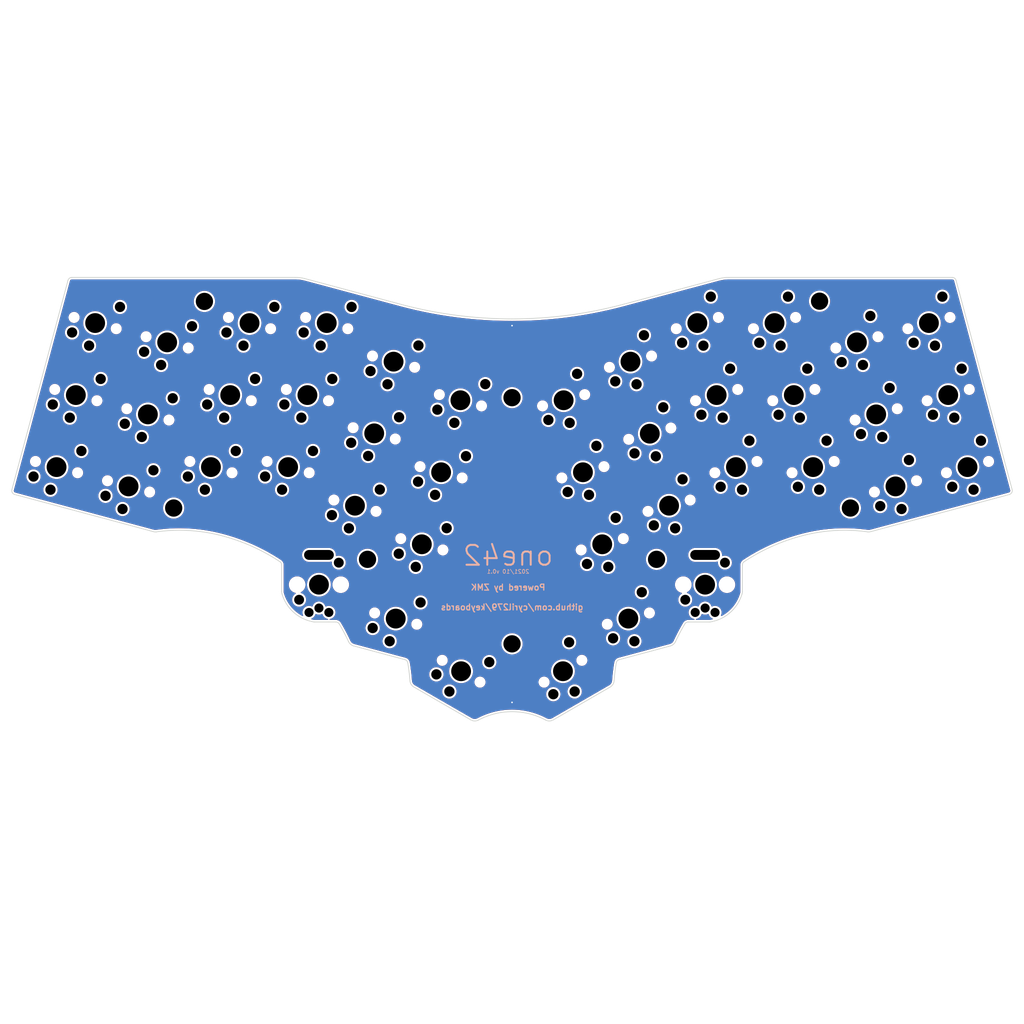
<source format=kicad_pcb>
(kicad_pcb (version 20211014) (generator pcbnew)
  (layers (0 "F.Cu" signal) (31 "B.Cu" signal) (34 "B.Paste" user) (35 "F.Paste" user) (36 "B.SilkS" user "B.Silkscreen") (37 "F.SilkS" user "F.Silkscreen") (38 "B.Mask" user) (39 "F.Mask" user) (44 "Edge.Cuts" user))
  (net 0 "")
  (net 1 "shield")
  (footprint "keebLib:pg1353_voidHoles" (layer "F.Cu") (at 46.409657 84.121555 -15)
    (fp_text reference "SW*" hide)
    (fp_text value "SW_PUSH" hide)
    (pad "" np_thru_hole circle locked (at 0 0 75) (size 5 5) (drill 5) (layers *.Mask))
    (pad "" np_thru_hole circle locked (at 0 5.9 345) (size 2.6 2.6) (drill 2.6) (layers *.Mask))
    (pad "" np_thru_hole circle locked (at -5 3.8 345) (size 2.6 2.6) (drill 2.6) (layers *.Mask))
    (pad "" np_thru_hole circle locked (at -5.5 0 75) (size 1.8 1.8) (drill 1.8) (layers *.Cu *.Mask))
    (pad "" np_thru_hole circle locked (at 5 -5.55 345) (size 2.6 2.6) (drill 2.6) (layers *.Mask))
    (pad "" np_thru_hole circle locked (at 5.5 0 75) (size 1.8 1.8) (drill 1.8) (layers *.Cu *.Mask))
  )
  (footprint "keebLib:pg1353_voidHoles" (layer "F.Cu") (at 217.710104 84.121555 15)
    (fp_text reference "SW*" hide)
    (fp_text value "SW_PUSH" hide)
    (pad "" np_thru_hole circle locked (at 0 0 105) (size 5 5) (drill 5) (layers *.Mask))
    (pad "" np_thru_hole circle locked (at -5.5 0 105) (size 1.8 1.8) (drill 1.8) (layers *.Cu *.Mask))
    (pad "" np_thru_hole circle locked (at 5 -5.55 15) (size 2.6 2.6) (drill 2.6) (layers *.Mask))
    (pad "" np_thru_hole circle locked (at 5.5 0 105) (size 1.8 1.8) (drill 1.8) (layers *.Cu *.Mask))
    (pad "" np_thru_hole circle locked (at 0 5.9 15) (size 2.6 2.6) (drill 2.6) (layers *.Mask))
    (pad "" np_thru_hole circle locked (at -5 3.8 15) (size 2.6 2.6) (drill 2.6) (layers *.Mask))
  )
  (footprint "keebLib:pg1353_voidHoles" (layer "F.Cu") (at 212.844306 65.96215 15)
    (fp_text reference "SW*" hide)
    (fp_text value "SW_PUSH" hide)
    (pad "" np_thru_hole circle locked (at 5.5 0 105) (size 1.8 1.8) (drill 1.8) (layers *.Cu *.Mask))
    (pad "" np_thru_hole circle locked (at -5 3.8 15) (size 2.6 2.6) (drill 2.6) (layers *.Mask))
    (pad "" np_thru_hole circle locked (at 5 -5.55 15) (size 2.6 2.6) (drill 2.6) (layers *.Mask))
    (pad "" np_thru_hole circle locked (at 0 5.9 15) (size 2.6 2.6) (drill 2.6) (layers *.Mask))
    (pad "" np_thru_hole circle locked (at -5.5 0 105) (size 1.8 1.8) (drill 1.8) (layers *.Cu *.Mask))
    (pad "" np_thru_hole circle locked (at 0 0 105) (size 5 5) (drill 5) (layers *.Mask))
  )
  (footprint "keebLib:pg1353_voidHoles" (layer "F.Cu") (at 183.998866 103.584747 15)
    (fp_text reference "SW*" hide)
    (fp_text value "SW_PUSH" hide)
    (pad "" np_thru_hole circle locked (at -5.5 0 105) (size 1.8 1.8) (drill 1.8) (layers *.Cu *.Mask))
    (pad "" np_thru_hole circle locked (at 5 -5.55 15) (size 2.6 2.6) (drill 2.6) (layers *.Mask))
    (pad "" np_thru_hole circle locked (at 0 5.9 15) (size 2.6 2.6) (drill 2.6) (layers *.Mask))
    (pad "" np_thru_hole circle locked (at -5 3.8 15) (size 2.6 2.6) (drill 2.6) (layers *.Mask))
    (pad "" np_thru_hole circle locked (at 0 0 105) (size 5 5) (drill 5) (layers *.Mask))
    (pad "" np_thru_hole circle locked (at 5.5 0 105) (size 1.8 1.8) (drill 1.8) (layers *.Cu *.Mask))
  )
  (footprint "keebLib:pg1353_voidHoles" (layer "F.Cu") (at 276.09968 84.121555 15)
    (fp_text reference "SW*" hide)
    (fp_text value "SW_PUSH" hide)
    (pad "" np_thru_hole circle locked (at -5 3.8 15) (size 2.6 2.6) (drill 2.6) (layers *.Mask))
    (pad "" np_thru_hole circle locked (at 5.5 0 105) (size 1.8 1.8) (drill 1.8) (layers *.Cu *.Mask))
    (pad "" np_thru_hole circle locked (at 0 5.9 15) (size 2.6 2.6) (drill 2.6) (layers *.Mask))
    (pad "" np_thru_hole circle locked (at 0 0 105) (size 5 5) (drill 5) (layers *.Mask))
    (pad "" np_thru_hole circle locked (at -5.5 0 105) (size 1.8 1.8) (drill 1.8) (layers *.Cu *.Mask))
    (pad "" np_thru_hole circle locked (at 5 -5.55 15) (size 2.6 2.6) (drill 2.6) (layers *.Mask))
  )
  (footprint "keebLib:pg1353_voidHoles" (layer "F.Cu") (at 95.067638 47.802744 -15)
    (fp_text reference "SW*" hide)
    (fp_text value "SW_PUSH" hide)
    (pad "" np_thru_hole circle locked (at 0 0 75) (size 5 5) (drill 5) (layers *.Mask))
    (pad "" np_thru_hole circle locked (at 0 5.9 345) (size 2.6 2.6) (drill 2.6) (layers *.Mask))
    (pad "" np_thru_hole circle locked (at -5 3.8 345) (size 2.6 2.6) (drill 2.6) (layers *.Mask))
    (pad "" np_thru_hole circle locked (at 5 -5.55 345) (size 2.6 2.6) (drill 2.6) (layers *.Mask))
    (pad "" np_thru_hole circle locked (at 5.5 0 75) (size 1.8 1.8) (drill 1.8) (layers *.Cu *.Mask))
    (pad "" np_thru_hole circle locked (at -5.5 0 75) (size 1.8 1.8) (drill 1.8) (layers *.Cu *.Mask))
  )
  (footprint "keebLib:pg1353_voidHoles" (layer "F.Cu") (at 174.26727 67.265936 15)
    (fp_text reference "SW*" hide)
    (fp_text value "SW_PUSH" hide)
    (pad "" np_thru_hole circle locked (at 5.5 0 105) (size 1.8 1.8) (drill 1.8) (layers *.Cu *.Mask))
    (pad "" np_thru_hole circle locked (at 0 0 105) (size 5 5) (drill 5) (layers *.Mask))
    (pad "" np_thru_hole circle locked (at -5 3.8 15) (size 2.6 2.6) (drill 2.6) (layers *.Mask))
    (pad "" np_thru_hole circle locked (at -5.5 0 105) (size 1.8 1.8) (drill 1.8) (layers *.Cu *.Mask))
    (pad "" np_thru_hole circle locked (at 0 5.9 15) (size 2.6 2.6) (drill 2.6) (layers *.Mask))
    (pad "" np_thru_hole circle locked (at 5 -5.55 15) (size 2.6 2.6) (drill 2.6) (layers *.Mask))
  )
  (footprint "keebLib:pg1353_voidHoles" (layer "F.Cu") (at 109.665032 65.96215 -15)
    (fp_text reference "SW*" hide)
    (fp_text value "SW_PUSH" hide)
    (pad "" np_thru_hole circle locked (at 5 -5.55 345) (size 2.6 2.6) (drill 2.6) (layers *.Mask))
    (pad "" np_thru_hole circle locked (at 0 5.9 345) (size 2.6 2.6) (drill 2.6) (layers *.Mask))
    (pad "" np_thru_hole circle locked (at -5.5 0 75) (size 1.8 1.8) (drill 1.8) (layers *.Cu *.Mask))
    (pad "" np_thru_hole circle locked (at -5 3.8 345) (size 2.6 2.6) (drill 2.6) (layers *.Mask))
    (pad "" np_thru_hole circle locked (at 0 0 75) (size 5 5) (drill 5) (layers *.Mask))
    (pad "" np_thru_hole circle locked (at 5.5 0 75) (size 1.8 1.8) (drill 1.8) (layers *.Cu *.Mask))
  )
  (footprint "keebLib:pg1353_ec11rotSw_voidHoles" (layer "F.Cu") (at 209.938945 113.76649)
    (fp_text reference "REF**" hide)
    (fp_text value "EC11_chocV2")
    (pad "" np_thru_hole oval locked (at 0 -7.5) (size 7.5 2.5) (drill oval 7.5 2.5) (layers *.Mask))
    (pad "" np_thru_hole circle locked (at -5.5 0 270) (size 3.2 3.2) (drill 3.2) (layers F&B.Cu *.Mask))
    (pad "" np_thru_hole circle locked (at 5 -5.55) (size 2.5 2.5) (drill 2.5) (layers *.Mask))
    (pad "" np_thru_hole circle locked (at 0 5.9) (size 2.3 2.3) (drill 2.3) (layers *.Mask))
    (pad "" np_thru_hole circle locked (at 2.5 7) (size 2.3 2.3) (drill 2.3) (layers *.Mask))
    (pad "" np_thru_hole circle (at 0 0) (size 5 5) (drill 5) (layers *.Mask))
    (pad "" np_thru_hole circle locked (at -5 3.8) (size 2.5 2.5) (drill 2.5) (layers *.Mask))
    (pad "" np_thru_hole circle locked (at -2.5 7) (size 2.3 2.3) (drill 2.3) (layers *.Mask))
    (pad "" np_thru_hole circle locked (at 5.5 0 270) (size 3.2 3.2) (drill 3.2) (layers F&B.Cu *.Mask))
  )
  (footprint "keebLib:pg1353_voidHoles" (layer "F.Cu") (at 257.940275 88.987353 15)
    (fp_text reference "SW*" hide)
    (fp_text value "SW_PUSH" hide)
    (pad "" np_thru_hole circle locked (at -5.5 0 105) (size 1.8 1.8) (drill 1.8) (layers *.Cu *.Mask))
    (pad "" np_thru_hole circle locked (at 0 0 105) (size 5 5) (drill 5) (layers *.Mask))
    (pad "" np_thru_hole circle locked (at -5 3.8 15) (size 2.6 2.6) (drill 2.6) (layers *.Mask))
    (pad "" np_thru_hole circle locked (at 0 5.9 15) (size 2.6 2.6) (drill 2.6) (layers *.Mask))
    (pad "" np_thru_hole circle locked (at 5.5 0 105) (size 1.8 1.8) (drill 1.8) (layers *.Cu *.Mask))
    (pad "" np_thru_hole circle locked (at 5 -5.55 15) (size 2.6 2.6) (drill 2.6) (layers *.Mask))
  )
  (footprint "keebLib:pg1353_voidHoles" (layer "F.Cu") (at 148.414032 135.591787 -30)
    (fp_text reference "SW*" hide)
    (fp_text value "SW_PUSH" hide)
    (pad "" np_thru_hole circle locked (at 0 5.9 330) (size 2.6 2.6) (drill 2.6) (layers *.Mask))
    (pad "" np_thru_hole circle locked (at 5 -5.55 330) (size 2.6 2.6) (drill 2.6) (layers *.Mask))
    (pad "" np_thru_hole circle locked (at 0 0 60) (size 5 5) (drill 5) (layers *.Mask))
    (pad "" np_thru_hole circle locked (at -5.5 0 60) (size 1.8 1.8) (drill 1.8) (layers *.Cu *.Mask))
    (pad "" np_thru_hole circle locked (at 5.5 0 60) (size 1.8 1.8) (drill 1.8) (layers *.Cu *.Mask))
    (pad "" np_thru_hole circle locked (at -5 3.8 330) (size 2.6 2.6) (drill 2.6) (layers *.Mask))
  )
  (footprint "keebLib:pg1353_voidHoles" (layer "F.Cu") (at 195.988687 75.693746 15)
    (fp_text reference "SW*" hide)
    (fp_text value "SW_PUSH" hide)
    (pad "" np_thru_hole circle locked (at -5.5 0 105) (size 1.8 1.8) (drill 1.8) (layers *.Cu *.Mask))
    (pad "" np_thru_hole circle locked (at 5.5 0 105) (size 1.8 1.8) (drill 1.8) (layers *.Cu *.Mask))
    (pad "" np_thru_hole circle locked (at 0 5.9 15) (size 2.6 2.6) (drill 2.6) (layers *.Mask))
    (pad "" np_thru_hole circle locked (at 5 -5.55 15) (size 2.6 2.6) (drill 2.6) (layers *.Mask))
    (pad "" np_thru_hole circle locked (at 0 0 105) (size 5 5) (drill 5) (layers *.Mask))
    (pad "" np_thru_hole circle locked (at -5 3.8 15) (size 2.6 2.6) (drill 2.6) (layers *.Mask))
  )
  (footprint "keebLib:pg1353_voidHoles" (layer "F.Cu") (at 104.799234 84.121555 -15)
    (fp_text reference "SW*" hide)
    (fp_text value "SW_PUSH" hide)
    (pad "" np_thru_hole circle locked (at -5 3.8 345) (size 2.6 2.6) (drill 2.6) (layers *.Mask))
    (pad "" np_thru_hole circle locked (at 0 5.9 345) (size 2.6 2.6) (drill 2.6) (layers *.Mask))
    (pad "" np_thru_hole circle locked (at 0 0 75) (size 5 5) (drill 5) (layers *.Mask))
    (pad "" np_thru_hole circle locked (at 5.5 0 75) (size 1.8 1.8) (drill 1.8) (layers *.Cu *.Mask))
    (pad "" np_thru_hole circle locked (at -5.5 0 75) (size 1.8 1.8) (drill 1.8) (layers *.Cu *.Mask))
    (pad "" np_thru_hole circle locked (at 5 -5.55 345) (size 2.6 2.6) (drill 2.6) (layers *.Mask))
  )
  (footprint "keebLib:pg1353_voidHoles" (layer "F.Cu") (at 253.074477 70.827947 15)
    (fp_text reference "SW*" hide)
    (fp_text value "SW_PUSH" hide)
    (pad "" np_thru_hole circle locked (at -5 3.8 15) (size 2.6 2.6) (drill 2.6) (layers *.Mask))
    (pad "" np_thru_hole circle locked (at 0 0 105) (size 5 5) (drill 5) (layers *.Mask))
    (pad "" np_thru_hole circle locked (at 5 -5.55 15) (size 2.6 2.6) (drill 2.6) (layers *.Mask))
    (pad "" np_thru_hole circle locked (at -5.5 0 105) (size 1.8 1.8) (drill 1.8) (layers *.Cu *.Mask))
    (pad "" np_thru_hole circle locked (at 0 5.9 15) (size 2.6 2.6) (drill 2.6) (layers *.Mask))
    (pad "" np_thru_hole circle locked (at 5.5 0 105) (size 1.8 1.8) (drill 1.8) (layers *.Cu *.Mask))
  )
  (footprint "keebLib:pg1353_voidHoles" (layer "F.Cu") (at 271.233882 65.962149 15)
    (fp_text reference "SW*" hide)
    (fp_text value "SW_PUSH" hide)
    (pad "" np_thru_hole circle locked (at 5.5 0 105) (size 1.8 1.8) (drill 1.8) (layers *.Cu *.Mask))
    (pad "" np_thru_hole circle locked (at 5 -5.55 15) (size 2.6 2.6) (drill 2.6) (layers *.Mask))
    (pad "" np_thru_hole circle locked (at -5.5 0 105) (size 1.8 1.8) (drill 1.8) (layers *.Cu *.Mask))
    (pad "" np_thru_hole circle locked (at 0 0 105) (size 5 5) (drill 5) (layers *.Mask))
    (pad "" np_thru_hole circle locked (at 0 5.9 15) (size 2.6 2.6) (drill 2.6) (layers *.Mask))
    (pad "" np_thru_hole circle locked (at -5 3.8 15) (size 2.6 2.6) (drill 2.6) (layers *.Mask))
  )
  (footprint "keebLib:pg1353_voidHoles" (layer "F.Cu") (at 227.4417 47.802744 15)
    (fp_text reference "SW*" hide)
    (fp_text value "SW_PUSH" hide)
    (pad "" np_thru_hole circle locked (at 0 0 105) (size 5 5) (drill 5) (layers *.Mask))
    (pad "" np_thru_hole circle locked (at 0 5.9 15) (size 2.6 2.6) (drill 2.6) (layers *.Mask))
    (pad "" np_thru_hole circle locked (at -5.5 0 105) (size 1.8 1.8) (drill 1.8) (layers *.Cu *.Mask))
    (pad "" np_thru_hole circle locked (at -5 3.8 15) (size 2.6 2.6) (drill 2.6) (layers *.Mask))
    (pad "" np_thru_hole circle locked (at 5.5 0 105) (size 1.8 1.8) (drill 1.8) (layers *.Cu *.Mask))
    (pad "" np_thru_hole circle locked (at 5 -5.55 15) (size 2.6 2.6) (drill 2.6) (layers *.Mask))
  )
  (footprint "keebLib:pg1353_voidHoles" (layer "F.Cu") (at 174.095307 135.591787 30)
    (fp_text reference "SW*" hide)
    (fp_text value "SW_PUSH" hide)
    (pad "" np_thru_hole circle locked (at 5 -5.55 30) (size 2.6 2.6) (drill 2.6) (layers *.Mask))
    (pad "" np_thru_hole circle locked (at 0 5.9 30) (size 2.6 2.6) (drill 2.6) (layers *.Mask))
    (pad "" np_thru_hole circle locked (at 5.5 0 120) (size 1.8 1.8) (drill 1.8) (layers *.Cu *.Mask))
    (pad "" np_thru_hole circle locked (at 0 0 120) (size 5 5) (drill 5) (layers *.Mask))
    (pad "" np_thru_hole circle locked (at -5 3.8 30) (size 2.6 2.6) (drill 2.6) (layers *.Mask))
    (pad "" np_thru_hole circle locked (at -5.5 0 120) (size 1.8 1.8) (drill 1.8) (layers *.Cu *.Mask))
  )
  (footprint "keebLib:pg1353_voidHoles" (layer "F.Cu") (at 138.510472 103.584747 -15)
    (fp_text reference "SW*" hide)
    (fp_text value "SW_PUSH" hide)
    (pad "" np_thru_hole circle locked (at 5 -5.55 345) (size 2.6 2.6) (drill 2.6) (layers *.Mask))
    (pad "" np_thru_hole circle locked (at 0 5.9 345) (size 2.6 2.6) (drill 2.6) (layers *.Mask))
    (pad "" np_thru_hole circle locked (at -5 3.8 345) (size 2.6 2.6) (drill 2.6) (layers *.Mask))
    (pad "" np_thru_hole circle locked (at 0 0 75) (size 5 5) (drill 5) (layers *.Mask))
    (pad "" np_thru_hole circle locked (at -5.5 0 75) (size 1.8 1.8) (drill 1.8) (layers *.Cu *.Mask))
    (pad "" np_thru_hole circle locked (at 5.5 0 75) (size 1.8 1.8) (drill 1.8) (layers *.Cu *.Mask))
  )
  (footprint "keebLib:pg1353_voidHoles" (layer "F.Cu") (at 85.336042 84.121555 -15)
    (fp_text reference "SW*" hide)
    (fp_text value "SW_PUSH" hide)
    (pad "" np_thru_hole circle locked (at 5 -5.55 345) (size 2.6 2.6) (drill 2.6) (layers *.Mask))
    (pad "" np_thru_hole circle locked (at 0 0 75) (size 5 5) (drill 5) (layers *.Mask))
    (pad "" np_thru_hole circle locked (at 5.5 0 75) (size 1.8 1.8) (drill 1.8) (layers *.Cu *.Mask))
    (pad "" np_thru_hole circle locked (at 0 5.9 345) (size 2.6 2.6) (drill 2.6) (layers *.Mask))
    (pad "" np_thru_hole circle locked (at -5.5 0 75) (size 1.8 1.8) (drill 1.8) (layers *.Cu *.Mask))
    (pad "" np_thru_hole circle locked (at -5 3.8 345) (size 2.6 2.6) (drill 2.6) (layers *.Mask))
  )
  (footprint "one42:one42_skidPlate" (layer "F.Cu") (at 161.254669 36.290143)
    (fp_text reference "REF**" hide)
    (fp_text value "one42_skidPlate")
    (fp_text user "2021/10 v0.1" (at -1 74.159299 unlocked) (layer "B.SilkS") (effects (justify mirror)))
    (fp_text user "one42" (at -1 70.159299 unlocked) (layer "B.SilkS") (effects (font (size 5 5) (thickness 0.5)) (justify mirror)))
    (fp_line (start 10.394013 111.568389) (end 24.746987 103.281695) (layer "Edge.Cuts") (width 0.2))
    (fp_line (start 58.084276 79.216083) (end 58.084276 72.509715) (layer "Edge.Cuts") (width 0.2))
    (fp_line (start -54.687168 0) (end -110.992892 0) (layer "Edge.Cuts") (width 0.2))
    (fp_line (start 90.434991 64.103654) (end 125.391688 54.737035) (layer "Edge.Cuts") (width 0.2))
    (fp_line (start -28.1793 6.749999) (end -52.098977 0.340741) (layer "Edge.Cuts") (width 0.2))
    (fp_line (start 27.012584 96.380958) (end 39.923454 92.921501) (layer "Edge.Cuts") (width 0.2))
    (fp_line (start 110.992892 0) (end 54.687168 0) (layer "Edge.Cuts") (width 0.2))
    (fp_line (start -111.958818 0.74118) (end -126.098794 53.51229) (layer "Edge.Cuts") (width 0.2))
    (fp_line (start 52.098977 0.340741) (end 28.1793 6.749999) (layer "Edge.Cuts") (width 0.2))
    (fp_line (start 126.098794 53.51229) (end 111.958818 0.74118) (layer "Edge.Cuts") (width 0.2))
    (fp_line (start -49.73933 86.876347) (end -44.436438 86.876347) (layer "Edge.Cuts") (width 0.2))
    (fp_line (start -24.746987 103.281695) (end -10.394013 111.568389) (layer "Edge.Cuts") (width 0.2))
    (fp_line (start -39.923454 92.921501) (end -27.012584 96.380958) (layer "Edge.Cuts") (width 0.2))
    (fp_line (start 44.436438 86.876347) (end 49.73933 86.876347) (layer "Edge.Cuts") (width 0.2))
    (fp_line (start -125.391688 54.737035) (end -90.434991 64.103654) (layer "Edge.Cuts") (width 0.2))
    (fp_line (start -58.084276 72.509715) (end -58.084276 79.216083) (layer "Edge.Cuts") (width 0.2))
    (fp_arc (start -73.865523 64.960438) (mid -65.908404 67.65551) (end -58.531848 71.676154) (layer "Edge.Cuts") (width 0.2))
    (fp_arc (start -27.012584 96.380958) (mid -26.532751 96.672797) (end -26.285896 97.177249) (layer "Edge.Cuts") (width 0.2))
    (fp_arc (start 10.394013 111.568388) (mid 9.428659 111.836037) (end 8.454612 111.601989) (layer "Edge.Cuts") (width 0.2))
    (fp_arc (start 41.220561 91.830302) (mid 40.693326 92.520112) (end 39.923454 92.921501) (layer "Edge.Cuts") (width 0.2))
    (fp_arc (start -39.923453 92.921502) (mid -40.693325 92.520113) (end -41.220561 91.830303) (layer "Edge.Cuts") (width 0.2))
    (fp_arc (start 43.577389 87.364454) (mid 43.94242 87.006895) (end 44.436438 86.876347) (layer "Edge.Cuts") (width 0.2))
    (fp_arc (start 90.434991 64.103654) (mid 90.041033 64.167974) (end 89.642148 64.152777) (layer "Edge.Cuts") (width 0.2))
    (fp_arc (start 52.098978 0.340742) (mid 53.381906 0.085552) (end 54.687168 0) (layer "Edge.Cuts") (width 0.2))
    (fp_arc (start -26.285896 97.177249) (mid -25.957056 99.425966) (end -25.742167 101.688418) (layer "Edge.Cuts") (width 0.2))
    (fp_arc (start -54.687167 -0.000001) (mid -53.381905 0.08555) (end -52.098977 0.340741) (layer "Edge.Cuts") (width 0.2))
    (fp_arc (start 25.742167 101.688418) (mid 25.957057 99.425966) (end 26.285896 97.177249) (layer "Edge.Cuts") (width 0.2))
    (fp_arc (start 28.1793 6.749999) (mid 0 10.459874) (end -28.1793 6.749999) (layer "Edge.Cuts") (width 0.2))
    (fp_arc (start -58.005228 79.77281) (mid -58.064416 79.497239) (end -58.084276 79.216083) (layer "Edge.Cuts") (width 0.2))
    (fp_arc (start 73.865524 64.960439) (mid 81.715521 63.808182) (end 89.642148 64.152777) (layer "Edge.Cuts") (width 0.2))
    (fp_arc (start 26.285896 97.177249) (mid 26.532751 96.672797) (end 27.012584 96.380958) (layer "Edge.Cuts") (width 0.2))
    (fp_arc (start 58.005227 79.772808) (mid 55.057441 84.451395) (end 50.074045 86.848139) (layer "Edge.Cuts") (width 0.2))
    (fp_arc (start -89.642147 64.152777) (mid -81.71552 63.808181) (end -73.865523 64.960439) (layer "Edge.Cuts") (width 0.2))
    (fp_arc (start -49.73933 86.876346) (mid -49.907281 86.869282) (end -50.074045 86.848139) (layer "Edge.Cuts") (width 0.2))
    (fp_arc (start 41.220561 91.830303) (mid 42.341139 89.566856) (end 43.577388 87.364454) (layer "Edge.Cuts") (width 0.2))
    (fp_arc (start 25.742166 101.688418) (mid 25.443279 102.609168) (end 24.746987 103.281695) (layer "Edge.Cuts") (width 0.2))
    (fp_arc (start -44.436438 86.876346) (mid -43.94242 87.006894) (end -43.577388 87.364454) (layer "Edge.Cuts") (width 0.2))
    (fp_arc (start -111.958817 0.74118) (mid -111.601653 0.206646) (end -110.992892 0) (layer "Edge.Cuts") (width 0.2))
    (fp_arc (start 110.992892 -0.000001) (mid 111.601653 0.206646) (end 111.958818 0.74118) (layer "Edge.Cuts") (width 0.2))
    (fp_arc (start -125.391688 54.737034) (mid -125.998894 54.271108) (end -126.098794 53.51229) (layer "Edge.Cuts") (width 0.2))
    (fp_arc (start -8.454611 111.60199) (mid -9.428658 111.836039) (end -10.394013 111.568389) (layer "Edge.Cuts") (width 0.2))
    (fp_arc (start 126.098795 53.51229) (mid 125.998894 54.271109) (end 125.391688 54.737035) (layer "Edge.Cuts") (width 0.2))
    (fp_arc (start 58.084276 72.509715) (mid 58.203246 72.036655) (end 58.531848 71.676154) (layer "Edge.Cuts") (width 0.2))
    (fp_arc (start -8.454613 111.601989) (mid 0 109.492852) (end 8.454612 111.601989) (layer "Edge.Cuts") (width 0.2))
    (fp_arc (start -43.577388 87.364454) (mid -42.341139 89.566856) (end -41.220561 91.830303) (layer "Edge.Cuts") (width 0.2))
    (fp_arc (start -58.531848 71.676154) (mid -58.203246 72.036655) (end -58.084276 72.509715) (layer "Edge.Cuts") (width 0.2))
    (fp_arc (start -24.746988 103.281696) (mid -25.44328 102.609169) (end -25.742167 101.688418) (layer "Edge.Cuts") (width 0.2))
    (fp_arc (start 50.074045 86.84814) (mid 49.907281 86.869283) (end 49.73933 86.876347) (layer "Edge.Cuts") (width 0.2))
    (fp_arc (start -50.074045 86.84814) (mid -55.057442 84.451396) (end -58.005228 79.772809) (layer "Edge.Cuts") (width 0.2))
    (fp_arc (start 58.531848 71.676155) (mid 65.908404 67.655512) (end 73.865523 64.960439) (layer "Edge.Cuts") (width 0.2))
    (fp_arc (start -89.642148 64.152777) (mid -90.041033 64.167974) (end -90.434991 64.103654) (layer "Edge.Cuts") (width 0.2))
    (fp_arc (start 58.084276 79.216082) (mid 58.064415 79.497237) (end 58.005228 79.772809) (layer "Edge.Cuts") (width 0.2))
    (pad "" np_thru_hole circle (at 85.309909 58.152451) (size 4.35 4.35) (drill 4.35) (layers *.Mask))
    (pad "" np_thru_hole circle (at -36.438438 71.087922) (size 4.35 4.35) (drill 4.35) (layers *.Mask))
    (pad "" np_thru_hole circle (at 77.541718 5.998255) (size 4.35 4.35) (drill 4.35) (layers *.Mask))
    (pad "" np_thru_hole circle (at -85.309909 58.152451) (size 4.35 4.35) (drill 4.35) (layers *.Mask))
    (pad "" np_thru_hole circle (at 0 30.322024) (size 4.35 4.35) (drill 4.35) (layers *.Mask))
    (pad "" np_thru_hole circle (at 0 92.396903) (size 4.35 4.35) (drill 4.35) (layers *.Mask))
    (pad "" np_thru_hole circle (at -77.562729 6.057361) (size 4.35 4.35) (drill 4.35) (layers *.Mask))
    (pad "" np_thru_hole circle (at 36.438438 71.087922) (size 4.35 4.35) (drill 4.35) (layers *.Mask))
  )
  (footprint "keebLib:pg1353_ec11rotSw_voidHoles" (layer "F.Cu") (at 112.570393 113.76649)
    (fp_text reference "REF**" hide)
    (fp_text value "EC11_chocV2")
    (pad "" np_thru_hole circle locked (at -2.5 7) (size 2.3 2.3) (drill 2.3) (layers *.Mask))
    (pad "" np_thru_hole circle locked (at -5.5 0 270) (size 3.2 3.2) (drill 3.2) (layers F&B.Cu *.Mask))
    (pad "" np_thru_hole circle locked (at 5 -5.55) (size 2.5 2.5) (drill 2.5) (layers *.Mask))
    (pad "" np_thru_hole oval locked (at 0 -7.5) (size 7.5 2.5) (drill oval 7.5 2.5) (layers *.Mask))
    (pad "" np_thru_hole circle locked (at 5.5 0 270) (size 3.2 3.2) (drill 3.2) (layers F&B.Cu *.Mask))
    (pad "" np_thru_hole circle locked (at 2.5 7) (size 2.3 2.3) (drill 2.3) (layers *.Mask))
    (pad "" np_thru_hole circle (at 0 0) (size 5 5) (drill 5) (layers *.Mask))
    (pad "" np_thru_hole circle locked (at 0 5.9) (size 2.3 2.3) (drill 2.3) (layers *.Mask))
    (pad "" np_thru_hole circle locked (at -5 3.8) (size 2.5 2.5) (drill 2.5) (layers *.Mask))
  )
  (footprint "keebLib:pg1353_voidHoles" (layer "F.Cu") (at 248.208679 52.668542 15)
    (fp_text reference "SW*" hide)
    (fp_text value "SW_PUSH" hide)
    (pad "" np_thru_hole circle locked (at 5.5 0 105) (size 1.8 1.8) (drill 1.8) (layers *.Cu *.Mask))
    (pad "" np_thru_hole circle locked (at -5 3.8 15) (size 2.6 2.6) (drill 2.6) (layers *.Mask))
    (pad "" np_thru_hole circle locked (at 0 0 105) (size 5 5) (drill 5) (layers *.Mask))
    (pad "" np_thru_hole circle locked (at 0 5.9 15) (size 2.6 2.6) (drill 2.6) (layers *.Mask))
    (pad "" np_thru_hole circle locked (at 5 -5.55 15) (size 2.6 2.6) (drill 2.6) (layers *.Mask))
    (pad "" np_thru_hole circle locked (at -5.5 0 105) (size 1.8 1.8) (drill 1.8) (layers *.Cu *.Mask))
  )
  (footprint "keebLib:pg1353_voidHoles" (layer "F.Cu") (at 148.242068 67.265937 -15)
    (fp_text reference "SW*" hide)
    (fp_text value "SW_PUSH" hide)
    (pad "" np_thru_hole circle locked (at 5.5 0 75) (size 1.8 1.8) (drill 1.8) (layers *.Cu *.Mask))
    (pad "" np_thru_hole circle locked (at 0 5.9 345) (size 2.6 2.6) (drill 2.6) (layers *.Mask))
    (pad "" np_thru_hole circle locked (at -5.5 0 75) (size 1.8 1.8) (drill 1.8) (layers *.Cu *.Mask))
    (pad "" np_thru_hole circle locked (at 0 0 75) (size 5 5) (drill 5) (layers *.Mask))
    (pad "" np_thru_hole circle locked (at 5 -5.55 345) (size 2.6 2.6) (drill 2.6) (layers *.Mask))
    (pad "" np_thru_hole circle locked (at -5 3.8 345) (size 2.6 2.6) (drill 2.6) (layers *.Mask))
  )
  (footprint "keebLib:pg1353_voidHoles" (layer "F.Cu") (at 64.569062 88.987353 -15)
    (fp_text reference "SW*" hide)
    (fp_text value "SW_PUSH" hide)
    (pad "" np_thru_hole circle locked (at -5.5 0 75) (size 1.8 1.8) (drill 1.8) (layers *.Cu *.Mask))
    (pad "" np_thru_hole circle locked (at 0 0 75) (size 5 5) (drill 5) (layers *.Mask))
    (pad "" np_thru_hole circle locked (at 5.5 0 75) (size 1.8 1.8) (drill 1.8) (layers *.Cu *.Mask))
    (pad "" np_thru_hole circle locked (at 0 5.9 345) (size 2.6 2.6) (drill 2.6) (layers *.Mask))
    (pad "" np_thru_hole circle locked (at -5 3.8 345) (size 2.6 2.6) (drill 2.6) (layers *.Mask))
    (pad "" np_thru_hole circle locked (at 5 -5.55 345) (size 2.6 2.6) (drill 2.6) (layers *.Mask))
  )
  (footprint "keebLib:pg1353_voidHoles" (layer "F.Cu") (at 56.141253 47.802744 -15)
    (fp_text reference "SW*" hide)
    (fp_text value "SW_PUSH" hide)
    (pad "" np_thru_hole circle locked (at -5.5 0 75) (size 1.8 1.8) (drill 1.8) (layers *.Cu *.Mask))
    (pad "" np_thru_hole circle locked (at 0 0 75) (size 5 5) (drill 5) (layers *.Mask))
    (pad "" np_thru_hole circle locked (at 0 5.9 345) (size 2.6 2.6) (drill 2.6) (layers *.Mask))
    (pad "" np_thru_hole circle locked (at -5 3.8 345) (size 2.6 2.6) (drill 2.6) (layers *.Mask))
    (pad "" np_thru_hole circle locked (at 5 -5.55 345) (size 2.6 2.6) (drill 2.6) (layers *.Mask))
    (pad "" np_thru_hole circle locked (at 5.5 0 75) (size 1.8 1.8) (drill 1.8) (layers *.Cu *.Mask))
  )
  (footprint "keebLib:pg1353_voidHoles" (layer "F.Cu") (at 131.928889 122.319686 -15)
    (fp_text reference "SW*" hide)
    (fp_text value "SW_PUSH" hide)
    (pad "" np_thru_hole circle locked (at 5 -5.55 345) (size 2.6 2.6) (drill 2.6) (layers *.Mask))
    (pad "" np_thru_hole circle locked (at -5 3.8 345) (size 2.6 2.6) (drill 2.6) (layers *.Mask))
    (pad "" np_thru_hole circle locked (at -5.5 0 75) (size 1.8 1.8) (drill 1.8) (layers *.Cu *.Mask))
    (pad "" np_thru_hole circle locked (at 0 0 75) (size 5 5) (drill 5) (layers *.Mask))
    (pad "" np_thru_hole circle locked (at 0 5.9 345) (size 2.6 2.6) (drill 2.6) (layers *.Mask))
    (pad "" np_thru_hole circle locked (at 5.5 0 75) (size 1.8 1.8) (drill 1.8) (layers *.Cu *.Mask))
  )
  (footprint "keebLib:pg1353_voidHoles" (layer "F.Cu") (at 121.654853 93.853152 -15)
    (fp_text reference "SW*" hide)
    (fp_text value "SW_PUSH" hide)
    (pad "" np_thru_hole circle locked (at 5.5 0 75) (size 1.8 1.8) (drill 1.8) (layers *.Cu *.Mask))
    (pad "" np_thru_hole circle locked (at -5.5 0 75) (size 1.8 1.8) (drill 1.8) (layers *.Cu *.Mask))
    (pad "" np_thru_hole circle locked (at 0 0 75) (size 5 5) (drill 5) (layers *.Mask))
    (pad "" np_thru_hole circle locked (at 0 5.9 345) (size 2.6 2.6) (drill 2.6) (layers *.Mask))
    (pad "" np_thru_hole circle locked (at 5 -5.55 345) (size 2.6 2.6) (drill 2.6) (layers *.Mask))
    (pad "" np_thru_hole circle locked (at -5 3.8 345) (size 2.6 2.6) (drill 2.6) (layers *.Mask))
  )
  (footprint "keebLib:pg1353_voidHoles" (layer "F.Cu") (at 126.503915 75.612085 -15)
    (fp_text reference "SW*" hide)
    (fp_text value "SW_PUSH" hide)
    (pad "" np_thru_hole circle locked (at 5.5 0 75) (size 1.8 1.8) (drill 1.8) (layers *.Cu *.Mask))
    (pad "" np_thru_hole circle locked (at 0 5.9 345) (size 2.6 2.6) (drill 2.6) (layers *.Mask))
    (pad "" np_thru_hole circle locked (at 0 0 75) (size 5 5) (drill 5) (layers *.Mask))
    (pad "" np_thru_hole circle locked (at 5 -5.55 345) (size 2.6 2.6) (drill 2.6) (layers *.Mask))
    (pad "" np_thru_hole circle locked (at -5.5 0 75) (size 1.8 1.8) (drill 1.8) (layers *.Cu *.Mask))
    (pad "" np_thru_hole circle locked (at -5 3.8 345) (size 2.6 2.6) (drill 2.6) (layers *.Mask))
  )
  (footprint "keebLib:pg1353_voidHoles" (layer "F.Cu") (at 191.122889 57.53434 15)
    (fp_text reference "SW*" hide)
    (fp_text value "SW_PUSH" hide)
    (pad "" np_thru_hole circle locked (at -5.5 0 105) (size 1.8 1.8) (drill 1.8) (layers *.Cu *.Mask))
    (pad "" np_thru_hole circle locked (at 0 0 105) (size 5 5) (drill 5) (layers *.Mask))
    (pad "" np_thru_hole circle locked (at 5.5 0 105) (size 1.8 1.8) (drill 1.8) (layers *.Cu *.Mask))
    (pad "" np_thru_hole circle locked (at 5 -5.55 15) (size 2.6 2.6) (drill 2.6) (layers *.Mask))
    (pad "" np_thru_hole circle locked (at 0 5.9 15) (size 2.6 2.6) (drill 2.6) (layers *.Mask))
    (pad "" np_thru_hole circle locked (at -5 3.8 15) (size 2.6 2.6) (drill 2.6) (layers *.Mask))
  )
  (footprint "keebLib:pg1353_voidHoles" (layer "F.Cu") (at 90.20184 65.962149 -15)
    (fp_text reference "SW*" hide)
    (fp_text value "SW_PUSH" hide)
    (pad "" np_thru_hole circle locked (at 0 0 75) (size 5 5) (drill 5) (layers *.Mask))
    (pad "" np_thru_hole circle locked (at 5 -5.55 345) (size 2.6 2.6) (drill 2.6) (layers *.Mask))
    (pad "" np_thru_hole circle locked (at 0 5.9 345) (size 2.6 2.6) (drill 2.6) (layers *.Mask))
    (pad "" np_thru_hole circle locked (at 5.5 0 75) (size 1.8 1.8) (drill 1.8) (layers *.Cu *.Mask))
    (pad "" np_thru_hole circle locked (at -5 3.8 345) (size 2.6 2.6) (drill 2.6) (layers *.Mask))
    (pad "" np_thru_hole circle locked (at -5.5 0 75) (size 1.8 1.8) (drill 1.8) (layers *.Cu *.Mask))
  )
  (footprint "keebLib:pg1353_voidHoles" (layer "F.Cu") (at 114.53083 47.802744 -15)
    (fp_text reference "SW*" hide)
    (fp_text value "SW_PUSH" hide)
    (pad "" np_thru_hole circle locked (at 5 -5.55 345) (size 2.6 2.6) (drill 2.6) (layers *.Mask))
    (pad "" np_thru_hole circle locked (at 5.5 0 75) (size 1.8 1.8) (drill 1.8) (layers *.Cu *.Mask))
    (pad "" np_thru_hole circle locked (at 0 0 75) (size 5 5) (drill 5) (layers *.Mask))
    (pad "" np_thru_hole circle locked (at -5.5 0 75) (size 1.8 1.8) (drill 1.8) (layers *.Cu *.Mask))
    (pad "" np_thru_hole circle locked (at 0 5.9 345) (size 2.6 2.6) (drill 2.6) (layers *.Mask))
    (pad "" np_thru_hole circle locked (at -5 3.8 345) (size 2.6 2.6) (drill 2.6) (layers *.Mask))
  )
  (footprint "keebLib:pg1353_voidHoles" (layer "F.Cu") (at 51.275455 65.962149 -15)
    (fp_text reference "SW*" hide)
    (fp_text value "SW_PUSH" hide)
    (pad "" np_thru_hole circle locked (at 5.5 0 75) (size 1.8 1.8) (drill 1.8) (layers *.Cu *.Mask))
    (pad "" np_thru_hole circle locked (at -5 3.8 345) (size 2.6 2.6) (drill 2.6) (layers *.Mask))
    (pad "" np_thru_hole circle locked (at -5.5 0 75) (size 1.8 1.8) (drill 1.8) (layers *.Cu *.Mask))
    (pad "" np_thru_hole circle locked (at 0 5.9 345) (size 2.6 2.6) (drill 2.6) (layers *.Mask))
    (pad "" np_thru_hole circle locked (at 0 0 75) (size 5 5) (drill 5) (layers *.Mask))
    (pad "" np_thru_hole circle locked (at 5 -5.55 345) (size 2.6 2.6) (drill 2.6) (layers *.Mask))
  )
  (footprint "keebLib:pg1353_voidHoles" (layer "F.Cu") (at 237.173296 84.121555 15)
    (fp_text reference "SW*" hide)
    (fp_text value "SW_PUSH" hide)
    (pad "" np_thru_hole circle locked (at 0 5.9 15) (size 2.6 2.6) (drill 2.6) (layers *.Mask))
    (pad "" np_thru_hole circle locked (at 5 -5.55 15) (size 2.6 2.6) (drill 2.6) (layers *.Mask))
    (pad "" np_thru_hole circle locked (at 5.5 0 105) (size 1.8 1.8) (drill 1.8) (layers *.Cu *.Mask))
    (pad "" np_thru_hole circle locked (at -5.5 0 105) (size 1.8 1.8) (drill 1.8) (layers *.Cu *.Mask))
    (pad "" np_thru_hole circle locked (at -5 3.8 15) (size 2.6 2.6) (drill 2.6) (layers *.Mask))
    (pad "" np_thru_hole circle locked (at 0 0 105) (size 5 5) (drill 5) (layers *.Mask))
  )
  (footprint "keebLib:pg1353_voidHoles" (layer "F.Cu") (at 143.37627 85.425342 -15)
    (fp_text reference "SW*" hide)
    (fp_text value "SW_PUSH" hide)
    (pad "" np_thru_hole circle locked (at 5 -5.55 345) (size 2.6 2.6) (drill 2.6) (layers *.Mask))
    (pad "" np_thru_hole circle locked (at 0 5.9 345) (size 2.6 2.6) (drill 2.6) (layers *.Mask))
    (pad "" np_thru_hole circle locked (at -5.5 0 75) (size 1.8 1.8) (drill 1.8) (layers *.Cu *.Mask))
    (pad "" np_thru_hole circle locked (at -5 3.8 345) (size 2.6 2.6) (drill 2.6) (layers *.Mask))
    (pad "" np_thru_hole circle locked (at 0 0 75) (size 5 5) (drill 5) (layers *.Mask))
    (pad "" np_thru_hole circle locked (at 5.5 0 75) (size 1.8 1.8) (drill 1.8) (layers *.Cu *.Mask))
  )
  (footprint "keebLib:pg1353_voidHoles" (layer "F.Cu") (at 232.307498 65.96215 15)
    (fp_text reference "SW*" hide)
    (fp_text value "SW_PUSH" hide)
    (pad "" np_thru_hole circle locked (at 5 -5.55 15) (size 2.6 2.6) (drill 2.6) (layers *.Mask))
    (pad "" np_thru_hole circle locked (at 5.5 0 105) (size 1.8 1.8) (drill 1.8) (layers *.Cu *.Mask))
    (pad "" np_thru_hole circle locked (at -5 3.8 15) (size 2.6 2.6) (drill 2.6) (layers *.Mask))
    (pad "" np_thru_hole circle locked (at -5.5 0 105) (size 1.8 1.8) (drill 1.8) (layers *.Cu *.Mask))
    (pad "" np_thru_hole circle locked (at 0 0 105) (size 5 5) (drill 5) (layers *.Mask))
    (pad "" np_thru_hole circle locked (at 0 5.9 15) (size 2.6 2.6) (drill 2.6) (layers *.Mask))
  )
  (footprint "keebLib:pg1353_voidHoles" (layer "F.Cu") (at 131.386449 57.534341 -15)
    (fp_text reference "SW*" hide)
    (fp_text value "SW_PUSH" hide)
    (pad "" np_thru_hole circle locked (at -5 3.8 345) (size 2.6 2.6) (drill 2.6) (layers *.Mask))
    (pad "" np_thru_hole circle locked (at 0 5.9 345) (size 2.6 2.6) (drill 2.6) (layers *.Mask))
    (pad "" np_thru_hole circle locked (at 0 0 75) (size 5 5) (drill 5) (layers *.Mask))
    (pad "" np_thru_hole circle locked (at 5.5 0 75) (size 1.8 1.8) (drill 1.8) (layers *.Cu *.Mask))
    (pad "" np_thru_hole circle locked (at 5 -5.55 345) (size 2.6 2.6) (drill 2.6) (layers *.Mask))
    (pad "" np_thru_hole circle locked (at -5.5 0 75) (size 1.8 1.8) (drill 1.8) (layers *.Cu *.Mask))
  )
  (footprint "keebLib:pg1353_voidHoles" (layer "F.Cu") (at 207.978508 47.802744 15)
    (fp_text reference "SW*" hide)
    (fp_text value "SW_PUSH" hide)
    (pad "" np_thru_hole circle locked (at -5.5 0 105) (size 1.8 1.8) (drill 1.8) (layers *.Cu *.Mask))
    (pad "" np_thru_hole circle locked (at -5 3.8 15) (size 2.6 2.6) (drill 2.6) (layers *.Mask))
    (pad "" np_thru_hole circle locked (at 5 -5.55 15) (size 2.6 2.6) (drill 2.6) (layers *.Mask))
    (pad "" np_thru_hole circle locked (at 0 0 105) (size 5 5) (drill 5) (layers *.Mask))
    (pad "" np_thru_hole circle locked (at 5.5 0 105) (size 1.8 1.8) (drill 1.8) (layers *.Cu *.Mask))
    (pad "" np_thru_hole circle locked (at 0 5.9 15) (size 2.6 2.6) (drill 2.6) (layers *.Mask))
  )
  (footprint "keebLib:pg1353_voidHoles" (layer "F.Cu") (at 74.300658 52.668543 -15)
    (fp_text reference "SW*" hide)
    (fp_text value "SW_PUSH" hide)
    (pad "" np_thru_hole circle locked (at 5.5 0 75) (size 1.8 1.8) (drill 1.8) (layers *.Cu *.Mask))
    (pad "" np_thru_hole circle locked (at -5 3.8 345) (size 2.6 2.6) (drill 2.6) (layers *.Mask))
    (pad "" np_thru_hole circle locked (at 5 -5.55 345) (size 2.6 2.6) (drill 2.6) (layers *.Mask))
    (pad "" np_thru_hole circle locked (at -5.5 0 75) (size 1.8 1.8) (drill 1.8) (layers *.Cu *.Mask))
    (pad "" np_thru_hole circle locked (at 0 0 75) (size 5 5) (drill 5) (layers *.Mask))
    (pad "" np_thru_hole circle locked (at 0 5.9 345) (size 2.6 2.6) (drill 2.6) (layers *.Mask))
  )
  (footprint "keebLib:pg1353_voidHoles" (layer "F.Cu") (at 190.580449 122.319686 15)
    (fp_text reference "SW*" hide)
    (fp_text value "SW_PUSH" hide)
    (pad "" np_thru_hole circle locked (at 5.5 0 105) (size 1.8 1.8) (drill 1.8) (layers *.Cu *.Mask))
    (pad "" np_thru_hole circle locked (at -5.5 0 105) (size 1.8 1.8) (drill 1.8) (layers *.Cu *.Mask))
    (pad "" np_thru_hole circle locked (at 0 5.9 15) (size 2.6 2.6) (drill 2.6) (layers *.Mask))
    (pad "" np_thru_hole circle locked (at 0 0 105) (size 5 5) (drill 5) (layers *.Mask))
    (pad "" np_thru_hole circle locked (at -5 3.8 15) (size 2.6 2.6) (drill 2.6) (layers *.Mask))
    (pad "" np_thru_hole circle locked (at 5 -5.55 15) (size 2.6 2.6) (drill 2.6) (layers *.Mask))
  )
  (footprint "keebLib:pg1353_voidHoles" (layer "F.Cu") (at 179.133068 85.425341 15)
    (fp_text reference "SW*" hide)
    (fp_text value "SW_PUSH" hide)
    (pad "" np_thru_hole circle locked (at -5.5 0 105) (size 1.8 1.8) (drill 1.8) (layers *.Cu *.Mask))
    (pad "" np_thru_hole circle locked (at 5.5 0 105) (size 1.8 1.8) (drill 1.8) (layers *.Cu *.Mask))
    (pad "" np_thru_hole circle locked (at 0 0 105) (size 5 5) (drill 5) (layers *.Mask))
    (pad "" np_thru_hole circle locked (at 5 -5.55 15) (size 2.6 2.6) (drill 2.6) (layers *.Mask))
    (pad "" np_thru_hole circle locked (at 0 5.9 15) (size 2.6 2.6) (drill 2.6) (layers *.Mask))
    (pad "" np_thru_hole circle locked (at -5 3.8 15) (size 2.6 2.6) (drill 2.6) (layers *.Mask))
  )
  (footprint "keebLib:pg1353_voidHoles" (layer "F.Cu") (at 200.854485 93.853151 15)
    (fp_text reference "SW*" hide)
    (fp_text value "SW_PUSH" hide)
    (pad "" np_thru_hole circle locked (at -5 3.8 15) (size 2.6 2.6) (drill 2.6) (layers *.Mask))
    (pad "" np_thru_hole circle locked (at 0 5.9 15) (size 2.6 2.6) (drill 2.6) (layers *.Mask))
    (pad "" np_thru_hole circle locked (at 5 -5.55 15) (size 2.6 2.6) (drill 2.6) (layers *.Mask))
    (pad "" np_thru_hole circle locked (at 5.5 0 105) (size 1.8 1.8) (drill 1.8) (layers *.Cu *.Mask))
    (pad "" np_thru_hole circle locked (at -5.5 0 105) (size 1.8 1.8) (drill 1.8) (layers *.Cu *.Mask))
    (pad "" np_thru_hole circle locked (at 0 0 105) (size 5 5) (drill 5) (layers *.Mask))
  )
  (footprint "keebLib:pg1353_voidHoles" (layer "F.Cu") (at 69.43486 70.827948 -15)
    (fp_text reference "SW*" hide)
    (fp_text value "SW_PUSH" hide)
    (pad "" np_thru_hole circle locked (at 5.5 0 75) (size 1.8 1.8) (drill 1.8) (layers *.Cu *.Mask))
    (pad "" np_thru_hole circle locked (at 5 -5.55 345) (size 2.6 2.6) (drill 2.6) (layers *.Mask))
    (pad "" np_thru_hole circle locked (at -5.5 0 75) (size 1.8 1.8) (drill 1.8) (layers *.Cu *.Mask))
    (pad "" np_thru_hole circle locked (at -5 3.8 345) (size 2.6 2.6) (drill 2.6) (layers *.Mask))
    (pad "" np_thru_hole circle locked (at 0 0 75) (size 5 5) (drill 5) (layers *.Mask))
    (pad "" np_thru_hole circle locked (at 0 5.9 345) (size 2.6 2.6) (drill 2.6) (layers *.Mask))
  )
  (footprint "keebLib:pg1353_voidHoles" (layer "F.Cu") (at 266.368084 47.802744 15)
    (fp_text reference "SW*" hide)
    (fp_text value "SW_PUSH" hide)
    (pad "" np_thru_hole circle locked (at -5 3.8 15) (size 2.6 2.6) (drill 2.6) (layers *.Mask))
    (pad "" np_thru_hole circle locked (at -5.5 0 105) (size 1.8 1.8) (drill 1.8) (layers *.Cu *.Mask))
    (pad "" np_thru_hole circle locked (at 0 0 105) (size 5 5) (drill 5) (layers *.Mask))
    (pad "" np_thru_hole circle locked (at 0 5.9 15) (size 2.6 2.6) (drill 2.6) (layers *.Mask))
    (pad "" np_thru_hole circle locked (at 5 -5.55 15) (size 2.6 2.6) (drill 2.6) (layers *.Mask))
    (pad "" np_thru_hole circle locked (at 5.5 0 105) (size 1.8 1.8) (drill 1.8) (layers *.Cu *.Mask))
  )
  (gr_text "github.com/cyril279/keyboards" (at 161.254669 119.449442) (layer "B.SilkS") (effects (font (size 1.5 1.5) (thickness 0.3)) (justify mirror)))
  (gr_text "Powered by ZMK" (at 160.254669 114.449442) (layer "B.SilkS") (effects (font (size 1.5 1.5) (thickness 0.3)) (justify mirror)))
  (via (at 161.254669 143.449442) (size 0.8) (drill 0.4) (layers "F.Cu" "B.Cu") (net 1))
  (via (at 161.254669 48.449442) (size 0.8) (drill 0.4) (layers "F.Cu" "B.Cu") (net 1))
  (zone (net 1) (net_name "shield") (layers F&B.Cu) (connect_pads yes (clearance 0.508)) (min_thickness 0.254) (fill yes (thermal_gap 0.508) (thermal_bridge_width 0.508) (island_removal_mode 1) (island_area_min 0))
    (polygon (pts (xy 290.263512 95.449442) (xy 290.243863 93.197927) (xy 290.184923 90.947098) (xy 290.08671 88.697641) (xy 289.949253 86.45024) (xy 289.772594 84.20558) (xy 289.556788 81.964346) (xy 289.3019 79.727219) (xy 289.008007 77.494881) (xy 288.675199 75.268013) (xy 288.303578 73.047292) (xy 287.893256 70.833394) (xy 287.444359 68.626995) (xy 286.957024 66.428767) (xy 286.431398 64.239378) (xy 285.867642 62.059496) (xy 285.265928 59.889786) (xy 284.626439 57.730907) (xy 283.94937 55.583517) (xy 283.234926 53.448271) (xy 282.483327 51.325819) (xy 281.6948 49.216807) (xy 280.869585 47.121879) (xy 280.007935 45.041671) (xy 279.110112 42.976818) (xy 278.176388 40.927949) (xy 277.207049 38.895688) (xy 276.20239 36.880653) (xy 275.162716 34.883459) (xy 274.088345 32.904714) (xy 272.979604 30.945021) (xy 271.836831 29.004976) (xy 270.660373 27.085171) (xy 269.450589 25.18619) (xy 268.207847 23.308613) (xy 266.932526 21.45301) (xy 265.625015 19.619947) (xy 264.285712 17.809982) (xy 262.915025 16.023667) (xy 261.51337 14.261546) (xy 260.081176 12.524156) (xy 258.618879 10.812026) (xy 257.126923 9.125677) (xy 255.605764 7.465623) (xy 254.055864 5.832369) (xy 252.477697 4.226414) (xy 250.871742 2.648247) (xy 249.238488 1.098347) (xy 247.578434 -0.422812) (xy 245.892085 -1.914768) (xy 244.179955 -3.377065) (xy 242.442565 -4.809259) (xy 240.680444 -6.210914) (xy 238.894129 -7.581601) (xy 237.084164 -8.920904) (xy 235.251101 -10.228415) (xy 233.395498 -11.503736) (xy 231.517921 -12.746478) (xy 229.61894 -13.956262) (xy 227.699135 -15.13272) (xy 225.759091 -16.275493) (xy 223.799397 -17.384234) (xy 221.820652 -18.458605) (xy 219.823458 -19.498279) (xy 217.808423 -20.502938) (xy 215.776162 -21.472277) (xy 213.727293 -22.406001) (xy 211.66244 -23.303824) (xy 209.582232 -24.165474) (xy 207.487304 -24.990689) (xy 205.378292 -25.779216) (xy 203.25584 -26.530815) (xy 201.120594 -27.245259) (xy 198.973204 -27.922328) (xy 196.814325 -28.561817) (xy 194.644615 -29.163531) (xy 192.464733 -29.727287) (xy 190.275344 -30.252913) (xy 188.077116 -30.740248) (xy 185.870717 -31.189145) (xy 183.656819 -31.599467) (xy 181.436098 -31.971088) (xy 179.20923 -32.303896) (xy 176.976892 -32.597789) (xy 174.739765 -32.852677) (xy 172.498531 -33.068483) (xy 170.253871 -33.245142) (xy 168.00647 -33.382599) (xy 165.757013 -33.480812) (xy 163.506184 -33.539752) (xy 161.254669 -33.559401) (xy 159.003154 -33.539752) (xy 156.752325 -33.480812) (xy 154.502868 -33.382599) (xy 152.255467 -33.245142) (xy 150.010807 -33.068483) (xy 147.769573 -32.852677) (xy 145.532446 -32.597789) (xy 143.300108 -32.303896) (xy 141.07324 -31.971088) (xy 138.852519 -31.599467) (xy 136.638621 -31.189145) (xy 134.432222 -30.740248) (xy 132.233994 -30.252913) (xy 130.044605 -29.727287) (xy 127.864723 -29.163531) (xy 125.695013 -28.561817) (xy 123.536134 -27.922328) (xy 121.388744 -27.245259) (xy 119.253498 -26.530815) (xy 117.131046 -25.779216) (xy 115.022034 -24.990689) (xy 112.927106 -24.165474) (xy 110.846898 -23.303824) (xy 108.782045 -22.406001) (xy 106.733176 -21.472277) (xy 104.700915 -20.502938) (xy 102.68588 -19.498279) (xy 100.688686 -18.458605) (xy 98.709941 -17.384234) (xy 96.750248 -16.275493) (xy 94.810203 -15.13272) (xy 92.890398 -13.956262) (xy 90.991417 -12.746478) (xy 89.11384 -11.503736) (xy 87.258237 -10.228415) (xy 85.425174 -8.920904) (xy 83.615209 -7.581601) (xy 81.828894 -6.210914) (xy 80.066773 -4.809259) (xy 78.329383 -3.377065) (xy 76.617253 -1.914768) (xy 74.930904 -0.422812) (xy 73.27085 1.098347) (xy 71.637596 2.648247) (xy 70.031641 4.226414) (xy 68.453474 5.832369) (xy 66.903574 7.465623) (xy 65.382415 9.125677) (xy 63.890459 10.812026) (xy 62.428162 12.524156) (xy 60.995968 14.261546) (xy 59.594313 16.023667) (xy 58.223626 17.809982) (xy 56.884323 19.619947) (xy 55.576812 21.45301) (xy 54.301491 23.308613) (xy 53.058749 25.18619) (xy 51.848965 27.085171) (xy 50.672507 29.004976) (xy 49.529734 30.945021) (xy 48.420993 32.904714) (xy 47.346622 34.883459) (xy 46.306948 36.880653) (xy 45.302289 38.895688) (xy 44.33295 40.927949) (xy 43.399226 42.976818) (xy 42.501403 45.041671) (xy 41.639753 47.121879) (xy 40.814538 49.216807) (xy 40.026011 51.325819) (xy 39.274412 53.448271) (xy 38.559968 55.583517) (xy 37.882899 57.730907) (xy 37.24341 59.889786) (xy 36.641696 62.059496) (xy 36.07794 64.239378) (xy 35.552314 66.428767) (xy 35.064979 68.626995) (xy 34.616082 70.833394) (xy 34.20576 73.047292) (xy 33.834139 75.268013) (xy 33.501331 77.494881) (xy 33.207438 79.727219) (xy 32.95255 81.964346) (xy 32.736744 84.20558) (xy 32.560085 86.45024) (xy 32.422628 88.697641) (xy 32.324415 90.947098) (xy 32.265475 93.197927) (xy 32.245826 95.449442) (xy 32.265475 97.700957) (xy 32.324415 99.951786) (xy 32.422628 102.201243) (xy 32.560085 104.448644) (xy 32.736744 106.693304) (xy 32.95255 108.934538) (xy 33.207438 111.171665) (xy 33.501331 113.404003) (xy 33.834139 115.630871) (xy 34.20576 117.851592) (xy 34.616082 120.06549) (xy 35.064979 122.271889) (xy 35.552314 124.470117) (xy 36.07794 126.659506) (xy 36.641696 128.839388) (xy 37.24341 131.009098) (xy 37.882899 133.167977) (xy 38.559968 135.315367) (xy 39.274412 137.450613) (xy 40.026011 139.573065) (xy 40.814538 141.682077) (xy 41.639753 143.777005) (xy 42.501403 145.857213) (xy 43.399226 147.922066) (xy 44.33295 149.970935) (xy 45.302289 152.003196) (xy 46.306948 154.018231) (xy 47.346622 156.015425) (xy 48.420993 157.99417) (xy 49.529734 159.953863) (xy 50.672507 161.893908) (xy 51.848965 163.813713) (xy 53.058749 165.712694) (xy 54.301491 167.590271) (xy 55.576812 169.445874) (xy 56.884323 171.278937) (xy 58.223626 173.088902) (xy 59.594313 174.875217) (xy 60.995968 176.637338) (xy 62.428162 178.374728) (xy 63.890459 180.086858) (xy 65.382415 181.773207) (xy 66.903574 183.433261) (xy 68.453474 185.066515) (xy 70.031641 186.67247) (xy 71.637596 188.250637) (xy 73.27085 189.800537) (xy 74.930904 191.321696) (xy 76.617253 192.813652) (xy 78.329383 194.275949) (xy 80.066773 195.708143) (xy 81.828894 197.109798) (xy 83.615209 198.480485) (xy 85.425174 199.819788) (xy 87.258237 201.127299) (xy 89.11384 202.40262) (xy 90.991417 203.645362) (xy 92.890398 204.855146) (xy 94.810203 206.031604) (xy 96.750247 207.174377) (xy 98.709941 208.283118) (xy 100.688686 209.357489) (xy 102.68588 210.397163) (xy 104.700915 211.401822) (xy 106.733176 212.371161) (xy 108.782045 213.304885) (xy 110.846898 214.202708) (xy 112.927106 215.064358) (xy 115.022034 215.889573) (xy 117.131046 216.6781) (xy 119.253498 217.429699) (xy 121.388744 218.144143) (xy 123.536134 218.821212) (xy 125.695013 219.460701) (xy 127.864723 220.062415) (xy 130.044605 220.626171) (xy 132.233994 221.151797) (xy 134.432222 221.639132) (xy 136.638621 222.088029) (xy 138.852519 222.498351) (xy 141.07324 222.869972) (xy 143.300108 223.20278) (xy 145.532446 223.496673) (xy 147.769573 223.751561) (xy 150.010807 223.967367) (xy 152.255467 224.144026) (xy 154.502868 224.281483) (xy 156.752325 224.379696) (xy 159.003154 224.438636) (xy 161.254669 224.458285) (xy 163.506184 224.438636) (xy 165.757013 224.379696) (xy 168.00647 224.281483) (xy 170.253871 224.144026) (xy 172.498531 223.967367) (xy 174.739765 223.751561) (xy 176.976892 223.496673) (xy 179.20923 223.20278) (xy 181.436098 222.869972) (xy 183.656819 222.498351) (xy 185.870717 222.088029) (xy 188.077116 221.639132) (xy 190.275344 221.151797) (xy 192.464733 220.626171) (xy 194.644615 220.062415) (xy 196.814325 219.460701) (xy 198.973204 218.821212) (xy 201.120594 218.144143) (xy 203.25584 217.429699) (xy 205.378292 216.6781) (xy 207.487304 215.889573) (xy 209.582232 215.064358) (xy 211.66244 214.202708) (xy 213.727293 213.304885) (xy 215.776162 212.371161) (xy 217.808423 211.401822) (xy 219.823458 210.397163) (xy 221.820652 209.357489) (xy 223.799397 208.283118) (xy 225.759091 207.174377) (xy 227.699135 206.031604) (xy 229.61894 204.855146) (xy 231.517921 203.645362) (xy 233.395498 202.40262) (xy 235.251101 201.127299) (xy 237.084164 199.819788) (xy 238.894129 198.480485) (xy 240.680444 197.109798) (xy 242.442565 195.708143) (xy 244.179955 194.275949) (xy 245.892085 192.813652) (xy 247.578434 191.321696) (xy 249.238488 189.800537) (xy 250.871742 188.250637) (xy 252.477697 186.67247) (xy 254.055864 185.066515) (xy 255.605764 183.433261) (xy 257.126923 181.773207) (xy 258.618879 180.086858) (xy 260.081176 178.374728) (xy 261.51337 176.637338) (xy 262.915025 174.875217) (xy 264.285712 173.088902) (xy 265.625015 171.278937) (xy 266.932526 169.445874) (xy 268.207847 167.590271) (xy 269.450589 165.712694) (xy 270.660373 163.813713) (xy 271.836831 161.893908) (xy 272.979604 159.953863) (xy 274.088345 157.99417) (xy 275.162716 156.015425) (xy 276.20239 154.018231) (xy 277.207049 152.003196) (xy 278.176388 149.970935) (xy 279.110112 147.922066) (xy 280.007935 145.857213) (xy 280.869585 143.777005) (xy 281.6948 141.682077) (xy 282.483327 139.573065) (xy 283.234926 137.450613) (xy 283.94937 135.315367) (xy 284.626439 133.167977) (xy 285.265928 131.009098) (xy 285.867642 128.839388) (xy 286.431398 126.659506) (xy 286.957024 124.470117) (xy 287.444359 122.271889) (xy 287.893256 120.06549) (xy 288.303578 117.851592) (xy 288.675199 115.630871) (xy 289.008007 113.404003) (xy 289.3019 111.171665) (xy 289.556788 108.934538) (xy 289.772594 106.693304) (xy 289.949253 104.448644) (xy 290.08671 102.201243) (xy 290.184923 99.951786) (xy 290.243863 97.700957)))
  )
)
</source>
